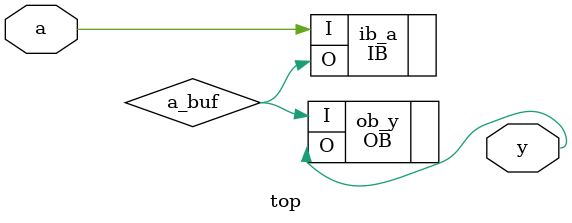
<source format=v>
module top(
	 input a,
 	output y);

	wire a_buf;
	(* LOC="P11", IO_TYPE="LVCMOS10", PULLMODE="UP" *)
	IB ib_a(.I(a), .O(a_buf));

	(* LOC="P10", IO_TYPE="LVCMOS18H" *)
	OB ob_y(.I(a_buf), .O(y));
endmodule

</source>
